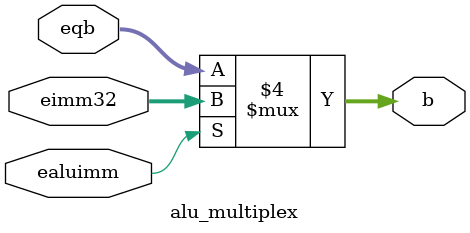
<source format=v>
`timescale 1ns / 1ps


module alu_multiplex(
    input wire [31:0] eqb,
    input wire [31:0] eimm32,
    input wire ealuimm,
    output reg [31:0] b
    ); 
    always @(*) begin
        if (ealuimm == 1'b0) begin
            b <= eqb;
        end
        else begin
            b <= eimm32;
        end
    end
endmodule

</source>
